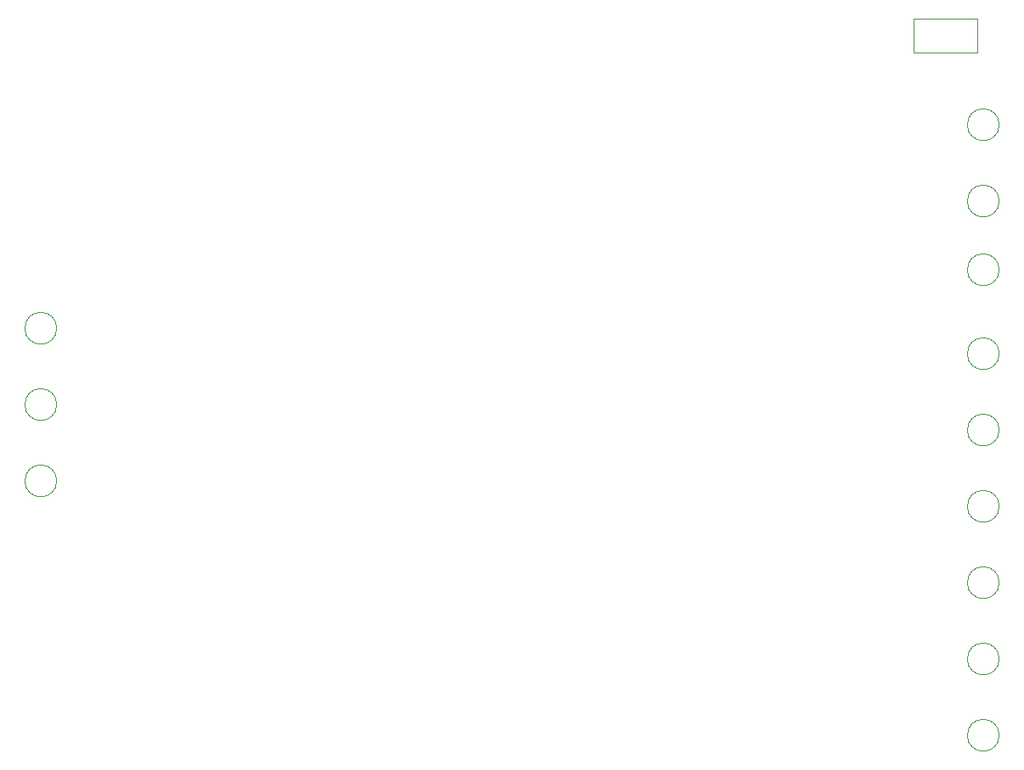
<source format=gbr>
G04 Layer_Color=16711935*
%FSLAX26Y26*%
%MOIN*%
%TF.FileFunction,Other,Mechanical_13*%
%TF.Part,Single*%
G01*
G75*
%TA.AperFunction,NonConductor*%
%ADD29C,0.003937*%
D29*
X3762402Y1900000D02*
G03*
X3762402Y1900000I-62402J0D01*
G01*
Y1330000D02*
G03*
X3762402Y1330000I-62402J0D01*
G01*
Y400000D02*
G03*
X3762402Y400000I-62402J0D01*
G01*
Y-200000D02*
G03*
X3762402Y-200000I-62402J0D01*
G01*
Y100000D02*
G03*
X3762402Y100000I-62402J0D01*
G01*
Y1600000D02*
G03*
X3762402Y1600000I-62402J0D01*
G01*
Y700000D02*
G03*
X3762402Y700000I-62402J0D01*
G01*
Y1000000D02*
G03*
X3762402Y1000000I-62402J0D01*
G01*
X62402Y500000D02*
G03*
X62402Y500000I-62402J0D01*
G01*
X3762402Y-500000D02*
G03*
X3762402Y-500000I-62402J0D01*
G01*
X62402Y800000D02*
G03*
X62402Y800000I-62402J0D01*
G01*
Y1100000D02*
G03*
X62402Y1100000I-62402J0D01*
G01*
X3425000Y2182480D02*
Y2317520D01*
X3675000D01*
Y2182480D02*
Y2317520D01*
X3425000Y2182480D02*
X3675000D01*
%TF.MD5,67c709beba472bc6497e734cb5be8fd0*%
M02*

</source>
